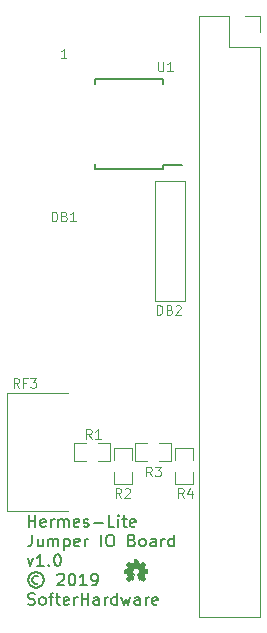
<source format=gto>
G04 #@! TF.GenerationSoftware,KiCad,Pcbnew,5.0.2-bee76a0~70~ubuntu16.04.1*
G04 #@! TF.CreationDate,2019-12-01T18:04:24-08:00*
G04 #@! TF.ProjectId,io_jumper,696f5f6a-756d-4706-9572-2e6b69636164,1.0*
G04 #@! TF.SameCoordinates,PX7471920PY2d4cae0*
G04 #@! TF.FileFunction,Legend,Top*
G04 #@! TF.FilePolarity,Positive*
%FSLAX46Y46*%
G04 Gerber Fmt 4.6, Leading zero omitted, Abs format (unit mm)*
G04 Created by KiCad (PCBNEW 5.0.2-bee76a0~70~ubuntu16.04.1) date Sun 01 Dec 2019 06:04:24 PM PST*
%MOMM*%
%LPD*%
G01*
G04 APERTURE LIST*
%ADD10C,0.150000*%
%ADD11C,0.120000*%
%ADD12C,0.100000*%
%ADD13C,0.002540*%
G04 APERTURE END LIST*
D10*
X1835595Y-43652380D02*
X1835595Y-42652380D01*
X1835595Y-43128571D02*
X2407023Y-43128571D01*
X2407023Y-43652380D02*
X2407023Y-42652380D01*
X3264166Y-43604761D02*
X3168928Y-43652380D01*
X2978452Y-43652380D01*
X2883214Y-43604761D01*
X2835595Y-43509523D01*
X2835595Y-43128571D01*
X2883214Y-43033333D01*
X2978452Y-42985714D01*
X3168928Y-42985714D01*
X3264166Y-43033333D01*
X3311785Y-43128571D01*
X3311785Y-43223809D01*
X2835595Y-43319047D01*
X3740357Y-43652380D02*
X3740357Y-42985714D01*
X3740357Y-43176190D02*
X3787976Y-43080952D01*
X3835595Y-43033333D01*
X3930833Y-42985714D01*
X4026071Y-42985714D01*
X4359404Y-43652380D02*
X4359404Y-42985714D01*
X4359404Y-43080952D02*
X4407023Y-43033333D01*
X4502261Y-42985714D01*
X4645119Y-42985714D01*
X4740357Y-43033333D01*
X4787976Y-43128571D01*
X4787976Y-43652380D01*
X4787976Y-43128571D02*
X4835595Y-43033333D01*
X4930833Y-42985714D01*
X5073690Y-42985714D01*
X5168928Y-43033333D01*
X5216547Y-43128571D01*
X5216547Y-43652380D01*
X6073690Y-43604761D02*
X5978452Y-43652380D01*
X5787976Y-43652380D01*
X5692738Y-43604761D01*
X5645119Y-43509523D01*
X5645119Y-43128571D01*
X5692738Y-43033333D01*
X5787976Y-42985714D01*
X5978452Y-42985714D01*
X6073690Y-43033333D01*
X6121309Y-43128571D01*
X6121309Y-43223809D01*
X5645119Y-43319047D01*
X6502261Y-43604761D02*
X6597500Y-43652380D01*
X6787976Y-43652380D01*
X6883214Y-43604761D01*
X6930833Y-43509523D01*
X6930833Y-43461904D01*
X6883214Y-43366666D01*
X6787976Y-43319047D01*
X6645119Y-43319047D01*
X6549880Y-43271428D01*
X6502261Y-43176190D01*
X6502261Y-43128571D01*
X6549880Y-43033333D01*
X6645119Y-42985714D01*
X6787976Y-42985714D01*
X6883214Y-43033333D01*
X7359404Y-43271428D02*
X8121309Y-43271428D01*
X9073690Y-43652380D02*
X8597500Y-43652380D01*
X8597500Y-42652380D01*
X9407023Y-43652380D02*
X9407023Y-42985714D01*
X9407023Y-42652380D02*
X9359404Y-42700000D01*
X9407023Y-42747619D01*
X9454642Y-42700000D01*
X9407023Y-42652380D01*
X9407023Y-42747619D01*
X9740357Y-42985714D02*
X10121309Y-42985714D01*
X9883214Y-42652380D02*
X9883214Y-43509523D01*
X9930833Y-43604761D01*
X10026071Y-43652380D01*
X10121309Y-43652380D01*
X10835595Y-43604761D02*
X10740357Y-43652380D01*
X10549880Y-43652380D01*
X10454642Y-43604761D01*
X10407023Y-43509523D01*
X10407023Y-43128571D01*
X10454642Y-43033333D01*
X10549880Y-42985714D01*
X10740357Y-42985714D01*
X10835595Y-43033333D01*
X10883214Y-43128571D01*
X10883214Y-43223809D01*
X10407023Y-43319047D01*
X2121309Y-44302380D02*
X2121309Y-45016666D01*
X2073690Y-45159523D01*
X1978452Y-45254761D01*
X1835595Y-45302380D01*
X1740357Y-45302380D01*
X3026071Y-44635714D02*
X3026071Y-45302380D01*
X2597500Y-44635714D02*
X2597500Y-45159523D01*
X2645119Y-45254761D01*
X2740357Y-45302380D01*
X2883214Y-45302380D01*
X2978452Y-45254761D01*
X3026071Y-45207142D01*
X3502261Y-45302380D02*
X3502261Y-44635714D01*
X3502261Y-44730952D02*
X3549880Y-44683333D01*
X3645119Y-44635714D01*
X3787976Y-44635714D01*
X3883214Y-44683333D01*
X3930833Y-44778571D01*
X3930833Y-45302380D01*
X3930833Y-44778571D02*
X3978452Y-44683333D01*
X4073690Y-44635714D01*
X4216547Y-44635714D01*
X4311785Y-44683333D01*
X4359404Y-44778571D01*
X4359404Y-45302380D01*
X4835595Y-44635714D02*
X4835595Y-45635714D01*
X4835595Y-44683333D02*
X4930833Y-44635714D01*
X5121309Y-44635714D01*
X5216547Y-44683333D01*
X5264166Y-44730952D01*
X5311785Y-44826190D01*
X5311785Y-45111904D01*
X5264166Y-45207142D01*
X5216547Y-45254761D01*
X5121309Y-45302380D01*
X4930833Y-45302380D01*
X4835595Y-45254761D01*
X6121309Y-45254761D02*
X6026071Y-45302380D01*
X5835595Y-45302380D01*
X5740357Y-45254761D01*
X5692738Y-45159523D01*
X5692738Y-44778571D01*
X5740357Y-44683333D01*
X5835595Y-44635714D01*
X6026071Y-44635714D01*
X6121309Y-44683333D01*
X6168928Y-44778571D01*
X6168928Y-44873809D01*
X5692738Y-44969047D01*
X6597500Y-45302380D02*
X6597500Y-44635714D01*
X6597500Y-44826190D02*
X6645119Y-44730952D01*
X6692738Y-44683333D01*
X6787976Y-44635714D01*
X6883214Y-44635714D01*
X7978452Y-45302380D02*
X7978452Y-44302380D01*
X8645119Y-44302380D02*
X8835595Y-44302380D01*
X8930833Y-44350000D01*
X9026071Y-44445238D01*
X9073690Y-44635714D01*
X9073690Y-44969047D01*
X9026071Y-45159523D01*
X8930833Y-45254761D01*
X8835595Y-45302380D01*
X8645119Y-45302380D01*
X8549880Y-45254761D01*
X8454642Y-45159523D01*
X8407023Y-44969047D01*
X8407023Y-44635714D01*
X8454642Y-44445238D01*
X8549880Y-44350000D01*
X8645119Y-44302380D01*
X10597500Y-44778571D02*
X10740357Y-44826190D01*
X10787976Y-44873809D01*
X10835595Y-44969047D01*
X10835595Y-45111904D01*
X10787976Y-45207142D01*
X10740357Y-45254761D01*
X10645119Y-45302380D01*
X10264166Y-45302380D01*
X10264166Y-44302380D01*
X10597500Y-44302380D01*
X10692738Y-44350000D01*
X10740357Y-44397619D01*
X10787976Y-44492857D01*
X10787976Y-44588095D01*
X10740357Y-44683333D01*
X10692738Y-44730952D01*
X10597500Y-44778571D01*
X10264166Y-44778571D01*
X11407023Y-45302380D02*
X11311785Y-45254761D01*
X11264166Y-45207142D01*
X11216547Y-45111904D01*
X11216547Y-44826190D01*
X11264166Y-44730952D01*
X11311785Y-44683333D01*
X11407023Y-44635714D01*
X11549880Y-44635714D01*
X11645119Y-44683333D01*
X11692738Y-44730952D01*
X11740357Y-44826190D01*
X11740357Y-45111904D01*
X11692738Y-45207142D01*
X11645119Y-45254761D01*
X11549880Y-45302380D01*
X11407023Y-45302380D01*
X12597500Y-45302380D02*
X12597500Y-44778571D01*
X12549880Y-44683333D01*
X12454642Y-44635714D01*
X12264166Y-44635714D01*
X12168928Y-44683333D01*
X12597500Y-45254761D02*
X12502261Y-45302380D01*
X12264166Y-45302380D01*
X12168928Y-45254761D01*
X12121309Y-45159523D01*
X12121309Y-45064285D01*
X12168928Y-44969047D01*
X12264166Y-44921428D01*
X12502261Y-44921428D01*
X12597500Y-44873809D01*
X13073690Y-45302380D02*
X13073690Y-44635714D01*
X13073690Y-44826190D02*
X13121309Y-44730952D01*
X13168928Y-44683333D01*
X13264166Y-44635714D01*
X13359404Y-44635714D01*
X14121309Y-45302380D02*
X14121309Y-44302380D01*
X14121309Y-45254761D02*
X14026071Y-45302380D01*
X13835595Y-45302380D01*
X13740357Y-45254761D01*
X13692738Y-45207142D01*
X13645119Y-45111904D01*
X13645119Y-44826190D01*
X13692738Y-44730952D01*
X13740357Y-44683333D01*
X13835595Y-44635714D01*
X14026071Y-44635714D01*
X14121309Y-44683333D01*
X1740357Y-46285714D02*
X1978452Y-46952380D01*
X2216547Y-46285714D01*
X3121309Y-46952380D02*
X2549880Y-46952380D01*
X2835595Y-46952380D02*
X2835595Y-45952380D01*
X2740357Y-46095238D01*
X2645119Y-46190476D01*
X2549880Y-46238095D01*
X3549880Y-46857142D02*
X3597500Y-46904761D01*
X3549880Y-46952380D01*
X3502261Y-46904761D01*
X3549880Y-46857142D01*
X3549880Y-46952380D01*
X4216547Y-45952380D02*
X4311785Y-45952380D01*
X4407023Y-46000000D01*
X4454642Y-46047619D01*
X4502261Y-46142857D01*
X4549880Y-46333333D01*
X4549880Y-46571428D01*
X4502261Y-46761904D01*
X4454642Y-46857142D01*
X4407023Y-46904761D01*
X4311785Y-46952380D01*
X4216547Y-46952380D01*
X4121309Y-46904761D01*
X4073690Y-46857142D01*
X4026071Y-46761904D01*
X3978452Y-46571428D01*
X3978452Y-46333333D01*
X4026071Y-46142857D01*
X4073690Y-46047619D01*
X4121309Y-46000000D01*
X4216547Y-45952380D01*
X2645119Y-47840476D02*
X2549880Y-47792857D01*
X2359404Y-47792857D01*
X2264166Y-47840476D01*
X2168928Y-47935714D01*
X2121309Y-48030952D01*
X2121309Y-48221428D01*
X2168928Y-48316666D01*
X2264166Y-48411904D01*
X2359404Y-48459523D01*
X2549880Y-48459523D01*
X2645119Y-48411904D01*
X2454642Y-47459523D02*
X2216547Y-47507142D01*
X1978452Y-47650000D01*
X1835595Y-47888095D01*
X1787976Y-48126190D01*
X1835595Y-48364285D01*
X1978452Y-48602380D01*
X2216547Y-48745238D01*
X2454642Y-48792857D01*
X2692738Y-48745238D01*
X2930833Y-48602380D01*
X3073690Y-48364285D01*
X3121309Y-48126190D01*
X3073690Y-47888095D01*
X2930833Y-47650000D01*
X2692738Y-47507142D01*
X2454642Y-47459523D01*
X4264166Y-47697619D02*
X4311785Y-47650000D01*
X4407023Y-47602380D01*
X4645119Y-47602380D01*
X4740357Y-47650000D01*
X4787976Y-47697619D01*
X4835595Y-47792857D01*
X4835595Y-47888095D01*
X4787976Y-48030952D01*
X4216547Y-48602380D01*
X4835595Y-48602380D01*
X5454642Y-47602380D02*
X5549880Y-47602380D01*
X5645119Y-47650000D01*
X5692738Y-47697619D01*
X5740357Y-47792857D01*
X5787976Y-47983333D01*
X5787976Y-48221428D01*
X5740357Y-48411904D01*
X5692738Y-48507142D01*
X5645119Y-48554761D01*
X5549880Y-48602380D01*
X5454642Y-48602380D01*
X5359404Y-48554761D01*
X5311785Y-48507142D01*
X5264166Y-48411904D01*
X5216547Y-48221428D01*
X5216547Y-47983333D01*
X5264166Y-47792857D01*
X5311785Y-47697619D01*
X5359404Y-47650000D01*
X5454642Y-47602380D01*
X6740357Y-48602380D02*
X6168928Y-48602380D01*
X6454642Y-48602380D02*
X6454642Y-47602380D01*
X6359404Y-47745238D01*
X6264166Y-47840476D01*
X6168928Y-47888095D01*
X7216547Y-48602380D02*
X7407023Y-48602380D01*
X7502261Y-48554761D01*
X7549880Y-48507142D01*
X7645119Y-48364285D01*
X7692738Y-48173809D01*
X7692738Y-47792857D01*
X7645119Y-47697619D01*
X7597500Y-47650000D01*
X7502261Y-47602380D01*
X7311785Y-47602380D01*
X7216547Y-47650000D01*
X7168928Y-47697619D01*
X7121309Y-47792857D01*
X7121309Y-48030952D01*
X7168928Y-48126190D01*
X7216547Y-48173809D01*
X7311785Y-48221428D01*
X7502261Y-48221428D01*
X7597500Y-48173809D01*
X7645119Y-48126190D01*
X7692738Y-48030952D01*
X1787976Y-50204761D02*
X1930833Y-50252380D01*
X2168928Y-50252380D01*
X2264166Y-50204761D01*
X2311785Y-50157142D01*
X2359404Y-50061904D01*
X2359404Y-49966666D01*
X2311785Y-49871428D01*
X2264166Y-49823809D01*
X2168928Y-49776190D01*
X1978452Y-49728571D01*
X1883214Y-49680952D01*
X1835595Y-49633333D01*
X1787976Y-49538095D01*
X1787976Y-49442857D01*
X1835595Y-49347619D01*
X1883214Y-49300000D01*
X1978452Y-49252380D01*
X2216547Y-49252380D01*
X2359404Y-49300000D01*
X2930833Y-50252380D02*
X2835595Y-50204761D01*
X2787976Y-50157142D01*
X2740357Y-50061904D01*
X2740357Y-49776190D01*
X2787976Y-49680952D01*
X2835595Y-49633333D01*
X2930833Y-49585714D01*
X3073690Y-49585714D01*
X3168928Y-49633333D01*
X3216547Y-49680952D01*
X3264166Y-49776190D01*
X3264166Y-50061904D01*
X3216547Y-50157142D01*
X3168928Y-50204761D01*
X3073690Y-50252380D01*
X2930833Y-50252380D01*
X3549880Y-49585714D02*
X3930833Y-49585714D01*
X3692738Y-50252380D02*
X3692738Y-49395238D01*
X3740357Y-49300000D01*
X3835595Y-49252380D01*
X3930833Y-49252380D01*
X4121309Y-49585714D02*
X4502261Y-49585714D01*
X4264166Y-49252380D02*
X4264166Y-50109523D01*
X4311785Y-50204761D01*
X4407023Y-50252380D01*
X4502261Y-50252380D01*
X5216547Y-50204761D02*
X5121309Y-50252380D01*
X4930833Y-50252380D01*
X4835595Y-50204761D01*
X4787976Y-50109523D01*
X4787976Y-49728571D01*
X4835595Y-49633333D01*
X4930833Y-49585714D01*
X5121309Y-49585714D01*
X5216547Y-49633333D01*
X5264166Y-49728571D01*
X5264166Y-49823809D01*
X4787976Y-49919047D01*
X5692738Y-50252380D02*
X5692738Y-49585714D01*
X5692738Y-49776190D02*
X5740357Y-49680952D01*
X5787976Y-49633333D01*
X5883214Y-49585714D01*
X5978452Y-49585714D01*
X6311785Y-50252380D02*
X6311785Y-49252380D01*
X6311785Y-49728571D02*
X6883214Y-49728571D01*
X6883214Y-50252380D02*
X6883214Y-49252380D01*
X7787976Y-50252380D02*
X7787976Y-49728571D01*
X7740357Y-49633333D01*
X7645119Y-49585714D01*
X7454642Y-49585714D01*
X7359404Y-49633333D01*
X7787976Y-50204761D02*
X7692738Y-50252380D01*
X7454642Y-50252380D01*
X7359404Y-50204761D01*
X7311785Y-50109523D01*
X7311785Y-50014285D01*
X7359404Y-49919047D01*
X7454642Y-49871428D01*
X7692738Y-49871428D01*
X7787976Y-49823809D01*
X8264166Y-50252380D02*
X8264166Y-49585714D01*
X8264166Y-49776190D02*
X8311785Y-49680952D01*
X8359404Y-49633333D01*
X8454642Y-49585714D01*
X8549880Y-49585714D01*
X9311785Y-50252380D02*
X9311785Y-49252380D01*
X9311785Y-50204761D02*
X9216547Y-50252380D01*
X9026071Y-50252380D01*
X8930833Y-50204761D01*
X8883214Y-50157142D01*
X8835595Y-50061904D01*
X8835595Y-49776190D01*
X8883214Y-49680952D01*
X8930833Y-49633333D01*
X9026071Y-49585714D01*
X9216547Y-49585714D01*
X9311785Y-49633333D01*
X9692738Y-49585714D02*
X9883214Y-50252380D01*
X10073690Y-49776190D01*
X10264166Y-50252380D01*
X10454642Y-49585714D01*
X11264166Y-50252380D02*
X11264166Y-49728571D01*
X11216547Y-49633333D01*
X11121309Y-49585714D01*
X10930833Y-49585714D01*
X10835595Y-49633333D01*
X11264166Y-50204761D02*
X11168928Y-50252380D01*
X10930833Y-50252380D01*
X10835595Y-50204761D01*
X10787976Y-50109523D01*
X10787976Y-50014285D01*
X10835595Y-49919047D01*
X10930833Y-49871428D01*
X11168928Y-49871428D01*
X11264166Y-49823809D01*
X11740357Y-50252380D02*
X11740357Y-49585714D01*
X11740357Y-49776190D02*
X11787976Y-49680952D01*
X11835595Y-49633333D01*
X11930833Y-49585714D01*
X12026071Y-49585714D01*
X12740357Y-50204761D02*
X12645119Y-50252380D01*
X12454642Y-50252380D01*
X12359404Y-50204761D01*
X12311785Y-50109523D01*
X12311785Y-49728571D01*
X12359404Y-49633333D01*
X12454642Y-49585714D01*
X12645119Y-49585714D01*
X12740357Y-49633333D01*
X12787976Y-49728571D01*
X12787976Y-49823809D01*
X12311785Y-49919047D01*
D11*
G04 #@! TO.C,P1*
X21430000Y-2970000D02*
X21430000Y-51290000D01*
X21430000Y-51290000D02*
X16230000Y-51290000D01*
X16230000Y-51290000D02*
X16230000Y-370000D01*
X16230000Y-370000D02*
X18830000Y-370000D01*
X18830000Y-370000D02*
X18830000Y-2970000D01*
X18830000Y-2970000D02*
X21430000Y-2970000D01*
X21430000Y-1700000D02*
X21430000Y-370000D01*
X21430000Y-370000D02*
X20160000Y-370000D01*
D10*
G04 #@! TO.C,U1*
X13229538Y-13371020D02*
X13229538Y-13021020D01*
X7479538Y-13371020D02*
X7479538Y-12921020D01*
X7479538Y-5721020D02*
X7479538Y-6171020D01*
X13229538Y-5721020D02*
X13229538Y-6171020D01*
X13229538Y-13371020D02*
X7479538Y-13371020D01*
X13229538Y-5721020D02*
X7479538Y-5721020D01*
X13229538Y-13021020D02*
X14829538Y-13021020D01*
D12*
G04 #@! TO.C,R1*
X5676000Y-36538000D02*
X6692000Y-36538000D01*
X5676000Y-38062000D02*
X5676000Y-36538000D01*
X6692000Y-38062000D02*
X5676000Y-38062000D01*
X8724000Y-38062000D02*
X7708000Y-38062000D01*
X8724000Y-36538000D02*
X8724000Y-38062000D01*
X7708000Y-36538000D02*
X8724000Y-36538000D01*
G04 #@! TO.C,R2*
X9038000Y-37992000D02*
X9038000Y-36976000D01*
X9038000Y-36976000D02*
X10562000Y-36976000D01*
X10562000Y-36976000D02*
X10562000Y-37992000D01*
X10562000Y-39008000D02*
X10562000Y-40024000D01*
X10562000Y-40024000D02*
X9038000Y-40024000D01*
X9038000Y-40024000D02*
X9038000Y-39008000D01*
G04 #@! TO.C,R3*
X12908000Y-36538000D02*
X13924000Y-36538000D01*
X13924000Y-36538000D02*
X13924000Y-38062000D01*
X13924000Y-38062000D02*
X12908000Y-38062000D01*
X11892000Y-38062000D02*
X10876000Y-38062000D01*
X10876000Y-38062000D02*
X10876000Y-36538000D01*
X10876000Y-36538000D02*
X11892000Y-36538000D01*
G04 #@! TO.C,R4*
X14238000Y-40024000D02*
X14238000Y-39008000D01*
X15762000Y-40024000D02*
X14238000Y-40024000D01*
X15762000Y-39008000D02*
X15762000Y-40024000D01*
X15762000Y-36976000D02*
X15762000Y-37992000D01*
X14238000Y-36976000D02*
X15762000Y-36976000D01*
X14238000Y-37992000D02*
X14238000Y-36976000D01*
G04 #@! TO.C,RF3*
X5200000Y-42300000D02*
X0Y-42300000D01*
X0Y-42300000D02*
X0Y-32300000D01*
X0Y-32300000D02*
X5200000Y-32300000D01*
D13*
G04 #@! TO.C,G\002A\002A\002A*
G36*
X11504520Y-48196620D02*
X11494360Y-48191540D01*
X11471500Y-48176300D01*
X11438480Y-48155980D01*
X11397840Y-48128040D01*
X11359740Y-48102640D01*
X11326720Y-48079780D01*
X11303860Y-48064540D01*
X11293700Y-48059460D01*
X11288620Y-48062000D01*
X11270840Y-48072160D01*
X11242900Y-48084860D01*
X11227660Y-48092480D01*
X11202260Y-48105180D01*
X11189560Y-48107720D01*
X11187020Y-48102640D01*
X11176860Y-48084860D01*
X11164160Y-48051840D01*
X11143840Y-48008660D01*
X11123520Y-47957860D01*
X11100660Y-47901980D01*
X11077800Y-47846100D01*
X11054940Y-47792760D01*
X11034620Y-47744500D01*
X11019380Y-47706400D01*
X11009220Y-47678460D01*
X11004140Y-47668300D01*
X11006680Y-47665760D01*
X11019380Y-47653060D01*
X11039700Y-47637820D01*
X11087960Y-47597180D01*
X11133680Y-47538760D01*
X11164160Y-47472720D01*
X11171780Y-47399060D01*
X11164160Y-47333020D01*
X11138760Y-47269520D01*
X11093040Y-47208560D01*
X11037160Y-47165380D01*
X10971120Y-47137440D01*
X10900000Y-47129820D01*
X10831420Y-47137440D01*
X10765380Y-47162840D01*
X10704420Y-47208560D01*
X10681560Y-47236500D01*
X10646000Y-47297460D01*
X10625680Y-47358420D01*
X10625680Y-47373660D01*
X10628220Y-47444780D01*
X10648540Y-47513360D01*
X10684100Y-47571780D01*
X10737440Y-47622580D01*
X10742520Y-47627660D01*
X10767920Y-47645440D01*
X10783160Y-47655600D01*
X10795860Y-47665760D01*
X10706960Y-47881660D01*
X10691720Y-47917220D01*
X10666320Y-47975640D01*
X10646000Y-48026440D01*
X10628220Y-48067080D01*
X10615520Y-48092480D01*
X10610440Y-48105180D01*
X10602820Y-48105180D01*
X10587580Y-48100100D01*
X10557100Y-48084860D01*
X10536780Y-48074700D01*
X10513920Y-48064540D01*
X10503760Y-48059460D01*
X10493600Y-48064540D01*
X10473280Y-48079780D01*
X10440260Y-48100100D01*
X10402160Y-48125500D01*
X10366600Y-48150900D01*
X10331040Y-48173760D01*
X10308180Y-48189000D01*
X10295480Y-48196620D01*
X10292940Y-48196620D01*
X10282780Y-48189000D01*
X10262460Y-48173760D01*
X10234520Y-48145820D01*
X10193880Y-48105180D01*
X10186260Y-48100100D01*
X10153240Y-48064540D01*
X10125300Y-48034060D01*
X10104980Y-48013740D01*
X10099900Y-48006120D01*
X10104980Y-47993420D01*
X10120220Y-47968020D01*
X10143080Y-47935000D01*
X10171020Y-47894360D01*
X10242140Y-47790220D01*
X10201500Y-47693700D01*
X10191340Y-47663220D01*
X10176100Y-47627660D01*
X10163400Y-47602260D01*
X10158320Y-47589560D01*
X10148160Y-47587020D01*
X10120220Y-47579400D01*
X10082120Y-47571780D01*
X10036400Y-47564160D01*
X9990680Y-47554000D01*
X9952580Y-47546380D01*
X9922100Y-47541300D01*
X9909400Y-47538760D01*
X9906860Y-47536220D01*
X9904320Y-47531140D01*
X9901780Y-47518440D01*
X9901780Y-47493040D01*
X9901780Y-47454940D01*
X9901780Y-47399060D01*
X9901780Y-47393980D01*
X9901780Y-47340640D01*
X9901780Y-47300000D01*
X9904320Y-47274600D01*
X9906860Y-47264440D01*
X9919560Y-47259360D01*
X9947500Y-47254280D01*
X9985600Y-47246660D01*
X10033860Y-47236500D01*
X10036400Y-47236500D01*
X10084660Y-47228880D01*
X10122760Y-47218720D01*
X10150700Y-47213640D01*
X10163400Y-47208560D01*
X10165940Y-47206020D01*
X10176100Y-47188240D01*
X10188800Y-47157760D01*
X10204040Y-47122200D01*
X10219280Y-47086640D01*
X10234520Y-47051080D01*
X10242140Y-47028220D01*
X10244680Y-47015520D01*
X10237060Y-47005360D01*
X10221820Y-46979960D01*
X10198960Y-46946940D01*
X10171020Y-46906300D01*
X10168480Y-46901220D01*
X10140540Y-46863120D01*
X10120220Y-46827560D01*
X10104980Y-46804700D01*
X10099900Y-46794540D01*
X10099900Y-46792000D01*
X10107520Y-46781840D01*
X10127840Y-46758980D01*
X10158320Y-46728500D01*
X10193880Y-46692940D01*
X10204040Y-46682780D01*
X10242140Y-46644680D01*
X10270080Y-46619280D01*
X10287860Y-46606580D01*
X10295480Y-46601500D01*
X10295480Y-46604040D01*
X10308180Y-46609120D01*
X10333580Y-46626900D01*
X10366600Y-46649760D01*
X10407240Y-46677700D01*
X10409780Y-46680240D01*
X10450420Y-46705640D01*
X10483440Y-46728500D01*
X10506300Y-46743740D01*
X10516460Y-46751360D01*
X10519000Y-46751360D01*
X10534240Y-46746280D01*
X10564720Y-46736120D01*
X10597740Y-46723420D01*
X10635840Y-46708180D01*
X10668860Y-46692940D01*
X10694260Y-46682780D01*
X10706960Y-46675160D01*
X10712040Y-46659920D01*
X10717120Y-46629440D01*
X10727280Y-46588800D01*
X10734900Y-46540540D01*
X10737440Y-46532920D01*
X10745060Y-46484660D01*
X10752680Y-46446560D01*
X10760300Y-46418620D01*
X10762840Y-46405920D01*
X10767920Y-46405920D01*
X10793320Y-46403380D01*
X10828880Y-46403380D01*
X10872060Y-46403380D01*
X10915240Y-46403380D01*
X10958420Y-46403380D01*
X10996520Y-46405920D01*
X11021920Y-46405920D01*
X11034620Y-46408460D01*
X11034620Y-46411000D01*
X11039700Y-46423700D01*
X11044780Y-46454180D01*
X11054940Y-46494820D01*
X11062560Y-46545620D01*
X11065100Y-46553240D01*
X11072720Y-46601500D01*
X11082880Y-46639600D01*
X11087960Y-46667540D01*
X11090500Y-46677700D01*
X11095580Y-46680240D01*
X11113360Y-46687860D01*
X11146380Y-46700560D01*
X11187020Y-46718340D01*
X11278460Y-46753900D01*
X11390220Y-46677700D01*
X11400380Y-46670080D01*
X11441020Y-46642140D01*
X11474040Y-46621820D01*
X11496900Y-46606580D01*
X11507060Y-46601500D01*
X11517220Y-46611660D01*
X11540080Y-46631980D01*
X11570560Y-46662460D01*
X11606120Y-46695480D01*
X11631520Y-46723420D01*
X11662000Y-46753900D01*
X11682320Y-46774220D01*
X11692480Y-46789460D01*
X11697560Y-46797080D01*
X11695020Y-46802160D01*
X11689940Y-46814860D01*
X11672160Y-46837720D01*
X11649300Y-46873280D01*
X11621360Y-46911380D01*
X11598500Y-46946940D01*
X11575640Y-46982500D01*
X11560400Y-47010440D01*
X11552780Y-47023140D01*
X11555320Y-47028220D01*
X11562940Y-47051080D01*
X11575640Y-47084100D01*
X11593420Y-47124740D01*
X11631520Y-47213640D01*
X11689940Y-47223800D01*
X11725500Y-47231420D01*
X11776300Y-47239040D01*
X11822020Y-47249200D01*
X11895680Y-47264440D01*
X11898220Y-47531140D01*
X11888060Y-47536220D01*
X11875360Y-47541300D01*
X11849960Y-47546380D01*
X11809320Y-47554000D01*
X11763600Y-47561620D01*
X11725500Y-47569240D01*
X11684860Y-47576860D01*
X11656920Y-47581940D01*
X11644220Y-47584480D01*
X11641680Y-47589560D01*
X11631520Y-47609880D01*
X11616280Y-47640360D01*
X11601040Y-47675920D01*
X11585800Y-47714020D01*
X11573100Y-47749580D01*
X11562940Y-47774980D01*
X11557860Y-47790220D01*
X11562940Y-47800380D01*
X11578180Y-47823240D01*
X11601040Y-47856260D01*
X11626440Y-47894360D01*
X11654380Y-47935000D01*
X11677240Y-47968020D01*
X11692480Y-47993420D01*
X11700100Y-48003580D01*
X11695020Y-48011200D01*
X11679780Y-48028980D01*
X11651840Y-48059460D01*
X11606120Y-48105180D01*
X11598500Y-48110260D01*
X11565480Y-48145820D01*
X11535000Y-48171220D01*
X11514680Y-48191540D01*
X11504520Y-48196620D01*
X11504520Y-48196620D01*
G37*
X11504520Y-48196620D02*
X11494360Y-48191540D01*
X11471500Y-48176300D01*
X11438480Y-48155980D01*
X11397840Y-48128040D01*
X11359740Y-48102640D01*
X11326720Y-48079780D01*
X11303860Y-48064540D01*
X11293700Y-48059460D01*
X11288620Y-48062000D01*
X11270840Y-48072160D01*
X11242900Y-48084860D01*
X11227660Y-48092480D01*
X11202260Y-48105180D01*
X11189560Y-48107720D01*
X11187020Y-48102640D01*
X11176860Y-48084860D01*
X11164160Y-48051840D01*
X11143840Y-48008660D01*
X11123520Y-47957860D01*
X11100660Y-47901980D01*
X11077800Y-47846100D01*
X11054940Y-47792760D01*
X11034620Y-47744500D01*
X11019380Y-47706400D01*
X11009220Y-47678460D01*
X11004140Y-47668300D01*
X11006680Y-47665760D01*
X11019380Y-47653060D01*
X11039700Y-47637820D01*
X11087960Y-47597180D01*
X11133680Y-47538760D01*
X11164160Y-47472720D01*
X11171780Y-47399060D01*
X11164160Y-47333020D01*
X11138760Y-47269520D01*
X11093040Y-47208560D01*
X11037160Y-47165380D01*
X10971120Y-47137440D01*
X10900000Y-47129820D01*
X10831420Y-47137440D01*
X10765380Y-47162840D01*
X10704420Y-47208560D01*
X10681560Y-47236500D01*
X10646000Y-47297460D01*
X10625680Y-47358420D01*
X10625680Y-47373660D01*
X10628220Y-47444780D01*
X10648540Y-47513360D01*
X10684100Y-47571780D01*
X10737440Y-47622580D01*
X10742520Y-47627660D01*
X10767920Y-47645440D01*
X10783160Y-47655600D01*
X10795860Y-47665760D01*
X10706960Y-47881660D01*
X10691720Y-47917220D01*
X10666320Y-47975640D01*
X10646000Y-48026440D01*
X10628220Y-48067080D01*
X10615520Y-48092480D01*
X10610440Y-48105180D01*
X10602820Y-48105180D01*
X10587580Y-48100100D01*
X10557100Y-48084860D01*
X10536780Y-48074700D01*
X10513920Y-48064540D01*
X10503760Y-48059460D01*
X10493600Y-48064540D01*
X10473280Y-48079780D01*
X10440260Y-48100100D01*
X10402160Y-48125500D01*
X10366600Y-48150900D01*
X10331040Y-48173760D01*
X10308180Y-48189000D01*
X10295480Y-48196620D01*
X10292940Y-48196620D01*
X10282780Y-48189000D01*
X10262460Y-48173760D01*
X10234520Y-48145820D01*
X10193880Y-48105180D01*
X10186260Y-48100100D01*
X10153240Y-48064540D01*
X10125300Y-48034060D01*
X10104980Y-48013740D01*
X10099900Y-48006120D01*
X10104980Y-47993420D01*
X10120220Y-47968020D01*
X10143080Y-47935000D01*
X10171020Y-47894360D01*
X10242140Y-47790220D01*
X10201500Y-47693700D01*
X10191340Y-47663220D01*
X10176100Y-47627660D01*
X10163400Y-47602260D01*
X10158320Y-47589560D01*
X10148160Y-47587020D01*
X10120220Y-47579400D01*
X10082120Y-47571780D01*
X10036400Y-47564160D01*
X9990680Y-47554000D01*
X9952580Y-47546380D01*
X9922100Y-47541300D01*
X9909400Y-47538760D01*
X9906860Y-47536220D01*
X9904320Y-47531140D01*
X9901780Y-47518440D01*
X9901780Y-47493040D01*
X9901780Y-47454940D01*
X9901780Y-47399060D01*
X9901780Y-47393980D01*
X9901780Y-47340640D01*
X9901780Y-47300000D01*
X9904320Y-47274600D01*
X9906860Y-47264440D01*
X9919560Y-47259360D01*
X9947500Y-47254280D01*
X9985600Y-47246660D01*
X10033860Y-47236500D01*
X10036400Y-47236500D01*
X10084660Y-47228880D01*
X10122760Y-47218720D01*
X10150700Y-47213640D01*
X10163400Y-47208560D01*
X10165940Y-47206020D01*
X10176100Y-47188240D01*
X10188800Y-47157760D01*
X10204040Y-47122200D01*
X10219280Y-47086640D01*
X10234520Y-47051080D01*
X10242140Y-47028220D01*
X10244680Y-47015520D01*
X10237060Y-47005360D01*
X10221820Y-46979960D01*
X10198960Y-46946940D01*
X10171020Y-46906300D01*
X10168480Y-46901220D01*
X10140540Y-46863120D01*
X10120220Y-46827560D01*
X10104980Y-46804700D01*
X10099900Y-46794540D01*
X10099900Y-46792000D01*
X10107520Y-46781840D01*
X10127840Y-46758980D01*
X10158320Y-46728500D01*
X10193880Y-46692940D01*
X10204040Y-46682780D01*
X10242140Y-46644680D01*
X10270080Y-46619280D01*
X10287860Y-46606580D01*
X10295480Y-46601500D01*
X10295480Y-46604040D01*
X10308180Y-46609120D01*
X10333580Y-46626900D01*
X10366600Y-46649760D01*
X10407240Y-46677700D01*
X10409780Y-46680240D01*
X10450420Y-46705640D01*
X10483440Y-46728500D01*
X10506300Y-46743740D01*
X10516460Y-46751360D01*
X10519000Y-46751360D01*
X10534240Y-46746280D01*
X10564720Y-46736120D01*
X10597740Y-46723420D01*
X10635840Y-46708180D01*
X10668860Y-46692940D01*
X10694260Y-46682780D01*
X10706960Y-46675160D01*
X10712040Y-46659920D01*
X10717120Y-46629440D01*
X10727280Y-46588800D01*
X10734900Y-46540540D01*
X10737440Y-46532920D01*
X10745060Y-46484660D01*
X10752680Y-46446560D01*
X10760300Y-46418620D01*
X10762840Y-46405920D01*
X10767920Y-46405920D01*
X10793320Y-46403380D01*
X10828880Y-46403380D01*
X10872060Y-46403380D01*
X10915240Y-46403380D01*
X10958420Y-46403380D01*
X10996520Y-46405920D01*
X11021920Y-46405920D01*
X11034620Y-46408460D01*
X11034620Y-46411000D01*
X11039700Y-46423700D01*
X11044780Y-46454180D01*
X11054940Y-46494820D01*
X11062560Y-46545620D01*
X11065100Y-46553240D01*
X11072720Y-46601500D01*
X11082880Y-46639600D01*
X11087960Y-46667540D01*
X11090500Y-46677700D01*
X11095580Y-46680240D01*
X11113360Y-46687860D01*
X11146380Y-46700560D01*
X11187020Y-46718340D01*
X11278460Y-46753900D01*
X11390220Y-46677700D01*
X11400380Y-46670080D01*
X11441020Y-46642140D01*
X11474040Y-46621820D01*
X11496900Y-46606580D01*
X11507060Y-46601500D01*
X11517220Y-46611660D01*
X11540080Y-46631980D01*
X11570560Y-46662460D01*
X11606120Y-46695480D01*
X11631520Y-46723420D01*
X11662000Y-46753900D01*
X11682320Y-46774220D01*
X11692480Y-46789460D01*
X11697560Y-46797080D01*
X11695020Y-46802160D01*
X11689940Y-46814860D01*
X11672160Y-46837720D01*
X11649300Y-46873280D01*
X11621360Y-46911380D01*
X11598500Y-46946940D01*
X11575640Y-46982500D01*
X11560400Y-47010440D01*
X11552780Y-47023140D01*
X11555320Y-47028220D01*
X11562940Y-47051080D01*
X11575640Y-47084100D01*
X11593420Y-47124740D01*
X11631520Y-47213640D01*
X11689940Y-47223800D01*
X11725500Y-47231420D01*
X11776300Y-47239040D01*
X11822020Y-47249200D01*
X11895680Y-47264440D01*
X11898220Y-47531140D01*
X11888060Y-47536220D01*
X11875360Y-47541300D01*
X11849960Y-47546380D01*
X11809320Y-47554000D01*
X11763600Y-47561620D01*
X11725500Y-47569240D01*
X11684860Y-47576860D01*
X11656920Y-47581940D01*
X11644220Y-47584480D01*
X11641680Y-47589560D01*
X11631520Y-47609880D01*
X11616280Y-47640360D01*
X11601040Y-47675920D01*
X11585800Y-47714020D01*
X11573100Y-47749580D01*
X11562940Y-47774980D01*
X11557860Y-47790220D01*
X11562940Y-47800380D01*
X11578180Y-47823240D01*
X11601040Y-47856260D01*
X11626440Y-47894360D01*
X11654380Y-47935000D01*
X11677240Y-47968020D01*
X11692480Y-47993420D01*
X11700100Y-48003580D01*
X11695020Y-48011200D01*
X11679780Y-48028980D01*
X11651840Y-48059460D01*
X11606120Y-48105180D01*
X11598500Y-48110260D01*
X11565480Y-48145820D01*
X11535000Y-48171220D01*
X11514680Y-48191540D01*
X11504520Y-48196620D01*
D12*
G04 #@! TO.C,DB2*
X15070000Y-14330000D02*
X12530000Y-14330000D01*
X12530000Y-14330000D02*
X12530000Y-24490000D01*
X12530000Y-24490000D02*
X15070000Y-24490000D01*
X15070000Y-24490000D02*
X15070000Y-14330000D01*
G04 #@! TO.C,DB1*
X3809523Y-17761904D02*
X3809523Y-16961904D01*
X4000000Y-16961904D01*
X4114285Y-17000000D01*
X4190476Y-17076190D01*
X4228571Y-17152380D01*
X4266666Y-17304761D01*
X4266666Y-17419047D01*
X4228571Y-17571428D01*
X4190476Y-17647619D01*
X4114285Y-17723809D01*
X4000000Y-17761904D01*
X3809523Y-17761904D01*
X4876190Y-17342857D02*
X4990476Y-17380952D01*
X5028571Y-17419047D01*
X5066666Y-17495238D01*
X5066666Y-17609523D01*
X5028571Y-17685714D01*
X4990476Y-17723809D01*
X4914285Y-17761904D01*
X4609523Y-17761904D01*
X4609523Y-16961904D01*
X4876190Y-16961904D01*
X4952380Y-17000000D01*
X4990476Y-17038095D01*
X5028571Y-17114285D01*
X5028571Y-17190476D01*
X4990476Y-17266666D01*
X4952380Y-17304761D01*
X4876190Y-17342857D01*
X4609523Y-17342857D01*
X5828571Y-17761904D02*
X5371428Y-17761904D01*
X5600000Y-17761904D02*
X5600000Y-16961904D01*
X5523809Y-17076190D01*
X5447619Y-17152380D01*
X5371428Y-17190476D01*
X5028571Y-3961904D02*
X4571428Y-3961904D01*
X4800000Y-3961904D02*
X4800000Y-3161904D01*
X4723809Y-3276190D01*
X4647619Y-3352380D01*
X4571428Y-3390476D01*
G04 #@! TO.C,U1*
X12790476Y-4261904D02*
X12790476Y-4909523D01*
X12828571Y-4985714D01*
X12866666Y-5023809D01*
X12942857Y-5061904D01*
X13095238Y-5061904D01*
X13171428Y-5023809D01*
X13209523Y-4985714D01*
X13247619Y-4909523D01*
X13247619Y-4261904D01*
X14047619Y-5061904D02*
X13590476Y-5061904D01*
X13819047Y-5061904D02*
X13819047Y-4261904D01*
X13742857Y-4376190D01*
X13666666Y-4452380D01*
X13590476Y-4490476D01*
G04 #@! TO.C,R1*
X7166666Y-36161904D02*
X6900000Y-35780952D01*
X6709523Y-36161904D02*
X6709523Y-35361904D01*
X7014285Y-35361904D01*
X7090476Y-35400000D01*
X7128571Y-35438095D01*
X7166666Y-35514285D01*
X7166666Y-35628571D01*
X7128571Y-35704761D01*
X7090476Y-35742857D01*
X7014285Y-35780952D01*
X6709523Y-35780952D01*
X7928571Y-36161904D02*
X7471428Y-36161904D01*
X7700000Y-36161904D02*
X7700000Y-35361904D01*
X7623809Y-35476190D01*
X7547619Y-35552380D01*
X7471428Y-35590476D01*
G04 #@! TO.C,R2*
X9666666Y-41161904D02*
X9400000Y-40780952D01*
X9209523Y-41161904D02*
X9209523Y-40361904D01*
X9514285Y-40361904D01*
X9590476Y-40400000D01*
X9628571Y-40438095D01*
X9666666Y-40514285D01*
X9666666Y-40628571D01*
X9628571Y-40704761D01*
X9590476Y-40742857D01*
X9514285Y-40780952D01*
X9209523Y-40780952D01*
X9971428Y-40438095D02*
X10009523Y-40400000D01*
X10085714Y-40361904D01*
X10276190Y-40361904D01*
X10352380Y-40400000D01*
X10390476Y-40438095D01*
X10428571Y-40514285D01*
X10428571Y-40590476D01*
X10390476Y-40704761D01*
X9933333Y-41161904D01*
X10428571Y-41161904D01*
G04 #@! TO.C,R3*
X12266666Y-39361904D02*
X12000000Y-38980952D01*
X11809523Y-39361904D02*
X11809523Y-38561904D01*
X12114285Y-38561904D01*
X12190476Y-38600000D01*
X12228571Y-38638095D01*
X12266666Y-38714285D01*
X12266666Y-38828571D01*
X12228571Y-38904761D01*
X12190476Y-38942857D01*
X12114285Y-38980952D01*
X11809523Y-38980952D01*
X12533333Y-38561904D02*
X13028571Y-38561904D01*
X12761904Y-38866666D01*
X12876190Y-38866666D01*
X12952380Y-38904761D01*
X12990476Y-38942857D01*
X13028571Y-39019047D01*
X13028571Y-39209523D01*
X12990476Y-39285714D01*
X12952380Y-39323809D01*
X12876190Y-39361904D01*
X12647619Y-39361904D01*
X12571428Y-39323809D01*
X12533333Y-39285714D01*
G04 #@! TO.C,R4*
X14966666Y-41161904D02*
X14700000Y-40780952D01*
X14509523Y-41161904D02*
X14509523Y-40361904D01*
X14814285Y-40361904D01*
X14890476Y-40400000D01*
X14928571Y-40438095D01*
X14966666Y-40514285D01*
X14966666Y-40628571D01*
X14928571Y-40704761D01*
X14890476Y-40742857D01*
X14814285Y-40780952D01*
X14509523Y-40780952D01*
X15652380Y-40628571D02*
X15652380Y-41161904D01*
X15461904Y-40323809D02*
X15271428Y-40895238D01*
X15766666Y-40895238D01*
G04 #@! TO.C,RF3*
X1023809Y-31861904D02*
X757142Y-31480952D01*
X566666Y-31861904D02*
X566666Y-31061904D01*
X871428Y-31061904D01*
X947619Y-31100000D01*
X985714Y-31138095D01*
X1023809Y-31214285D01*
X1023809Y-31328571D01*
X985714Y-31404761D01*
X947619Y-31442857D01*
X871428Y-31480952D01*
X566666Y-31480952D01*
X1633333Y-31442857D02*
X1366666Y-31442857D01*
X1366666Y-31861904D02*
X1366666Y-31061904D01*
X1747619Y-31061904D01*
X1976190Y-31061904D02*
X2471428Y-31061904D01*
X2204761Y-31366666D01*
X2319047Y-31366666D01*
X2395238Y-31404761D01*
X2433333Y-31442857D01*
X2471428Y-31519047D01*
X2471428Y-31709523D01*
X2433333Y-31785714D01*
X2395238Y-31823809D01*
X2319047Y-31861904D01*
X2090476Y-31861904D01*
X2014285Y-31823809D01*
X1976190Y-31785714D01*
G04 #@! TO.C,DB2*
X12709523Y-25661904D02*
X12709523Y-24861904D01*
X12900000Y-24861904D01*
X13014285Y-24900000D01*
X13090476Y-24976190D01*
X13128571Y-25052380D01*
X13166666Y-25204761D01*
X13166666Y-25319047D01*
X13128571Y-25471428D01*
X13090476Y-25547619D01*
X13014285Y-25623809D01*
X12900000Y-25661904D01*
X12709523Y-25661904D01*
X13776190Y-25242857D02*
X13890476Y-25280952D01*
X13928571Y-25319047D01*
X13966666Y-25395238D01*
X13966666Y-25509523D01*
X13928571Y-25585714D01*
X13890476Y-25623809D01*
X13814285Y-25661904D01*
X13509523Y-25661904D01*
X13509523Y-24861904D01*
X13776190Y-24861904D01*
X13852380Y-24900000D01*
X13890476Y-24938095D01*
X13928571Y-25014285D01*
X13928571Y-25090476D01*
X13890476Y-25166666D01*
X13852380Y-25204761D01*
X13776190Y-25242857D01*
X13509523Y-25242857D01*
X14271428Y-24938095D02*
X14309523Y-24900000D01*
X14385714Y-24861904D01*
X14576190Y-24861904D01*
X14652380Y-24900000D01*
X14690476Y-24938095D01*
X14728571Y-25014285D01*
X14728571Y-25090476D01*
X14690476Y-25204761D01*
X14233333Y-25661904D01*
X14728571Y-25661904D01*
G04 #@! TD*
M02*

</source>
